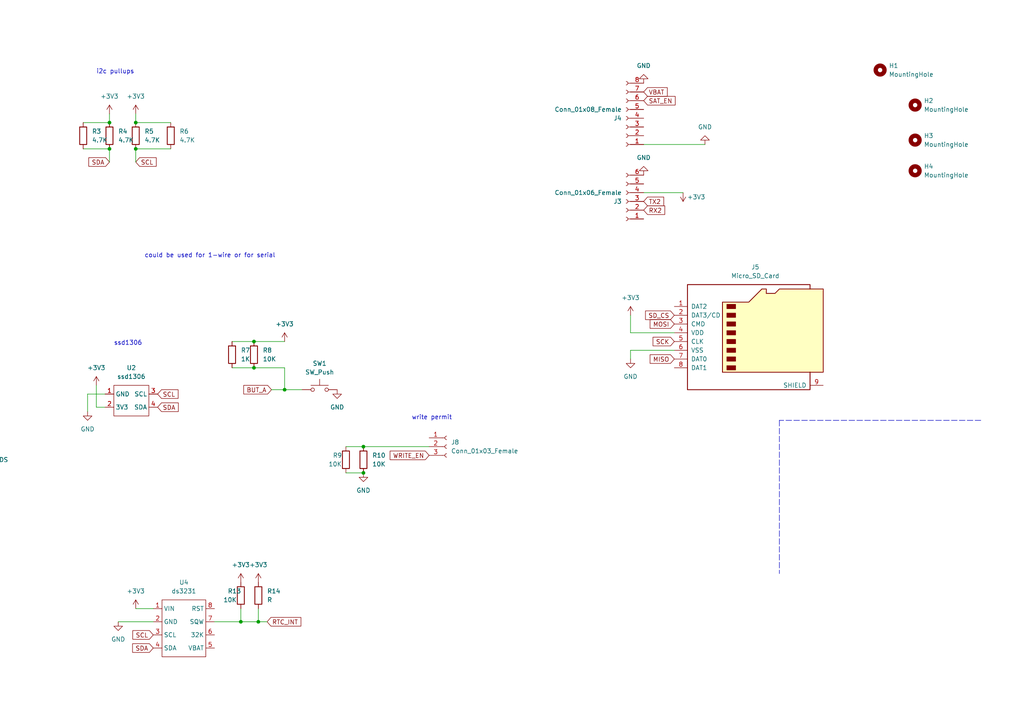
<source format=kicad_sch>
(kicad_sch (version 20211123) (generator eeschema)
  (paper "A4")
  (lib_symbols
    (symbol "Connector:Conn_01x03_Female" (pin_names (offset 1.016) hide)
      (property "Reference" "J" (at 0 5.08 0))
      (property "Value" "Conn_01x03_Female" (at 0 -5.08 0))
      (symbol "Conn_01x03_Female_1_1"
        (arc (start 0 -2.032) (mid -0.508 -2.54) (end 0 -3.048) (stroke (width 0.1524)))
        (polyline (pts (xy -1.27 -2.54) (xy -0.508 -2.54)) (stroke (width 0.1524)))
        (polyline (pts (xy -1.27 0) (xy -0.508 0)) (stroke (width 0.1524)))
        (polyline (pts (xy -1.27 2.54) (xy -0.508 2.54)) (stroke (width 0.1524)))
        (arc (start 0 0.508) (mid -0.508 0) (end 0 -0.508) (stroke (width 0.1524)))
        (arc (start 0 3.048) (mid -0.508 2.54) (end 0 2.032) (stroke (width 0.1524)))
        (pin passive line (at -5.08 2.54 0) (length 3.81) (name "Pin_1") (number "1"))
        (pin passive line (at -5.08 0 0) (length 3.81) (name "Pin_2") (number "2"))
        (pin passive line (at -5.08 -2.54 0) (length 3.81) (name "Pin_3") (number "3"))
      )
    )
    (symbol "Connector:Conn_01x06_Female" (pin_names (offset 1.016) hide)
      (property "Reference" "J" (at 0 7.62 0))
      (property "Value" "Conn_01x06_Female" (at 0 -10.16 0))
      (symbol "Conn_01x06_Female_1_1"
        (arc (start 0 -7.112) (mid -0.508 -7.62) (end 0 -8.128) (stroke (width 0.1524)))
        (arc (start 0 -4.572) (mid -0.508 -5.08) (end 0 -5.588) (stroke (width 0.1524)))
        (arc (start 0 -2.032) (mid -0.508 -2.54) (end 0 -3.048) (stroke (width 0.1524)))
        (polyline (pts (xy -1.27 -7.62) (xy -0.508 -7.62)) (stroke (width 0.1524)))
        (polyline (pts (xy -1.27 -5.08) (xy -0.508 -5.08)) (stroke (width 0.1524)))
        (polyline (pts (xy -1.27 -2.54) (xy -0.508 -2.54)) (stroke (width 0.1524)))
        (polyline (pts (xy -1.27 0) (xy -0.508 0)) (stroke (width 0.1524)))
        (polyline (pts (xy -1.27 2.54) (xy -0.508 2.54)) (stroke (width 0.1524)))
        (polyline (pts (xy -1.27 5.08) (xy -0.508 5.08)) (stroke (width 0.1524)))
        (arc (start 0 0.508) (mid -0.508 0) (end 0 -0.508) (stroke (width 0.1524)))
        (arc (start 0 3.048) (mid -0.508 2.54) (end 0 2.032) (stroke (width 0.1524)))
        (arc (start 0 5.588) (mid -0.508 5.08) (end 0 4.572) (stroke (width 0.1524)))
        (pin passive line (at -5.08 5.08 0) (length 3.81) (name "Pin_1") (number "1"))
        (pin passive line (at -5.08 2.54 0) (length 3.81) (name "Pin_2") (number "2"))
        (pin passive line (at -5.08 0 0) (length 3.81) (name "Pin_3") (number "3"))
        (pin passive line (at -5.08 -2.54 0) (length 3.81) (name "Pin_4") (number "4"))
        (pin passive line (at -5.08 -5.08 0) (length 3.81) (name "Pin_5") (number "5"))
        (pin passive line (at -5.08 -7.62 0) (length 3.81) (name "Pin_6") (number "6"))
      )
    )
    (symbol "Connector:Conn_01x08_Female" (pin_names (offset 1.016) hide)
      (property "Reference" "J" (at 0 10.16 0))
      (property "Value" "Conn_01x08_Female" (at 0 -12.7 0))
      (symbol "Conn_01x08_Female_1_1"
        (arc (start 0 -9.652) (mid -0.508 -10.16) (end 0 -10.668) (stroke (width 0.1524)))
        (arc (start 0 -7.112) (mid -0.508 -7.62) (end 0 -8.128) (stroke (width 0.1524)))
        (arc (start 0 -4.572) (mid -0.508 -5.08) (end 0 -5.588) (stroke (width 0.1524)))
        (arc (start 0 -2.032) (mid -0.508 -2.54) (end 0 -3.048) (stroke (width 0.1524)))
        (polyline (pts (xy -1.27 -10.16) (xy -0.508 -10.16)) (stroke (width 0.1524)))
        (polyline (pts (xy -1.27 -7.62) (xy -0.508 -7.62)) (stroke (width 0.1524)))
        (polyline (pts (xy -1.27 -5.08) (xy -0.508 -5.08)) (stroke (width 0.1524)))
        (polyline (pts (xy -1.27 -2.54) (xy -0.508 -2.54)) (stroke (width 0.1524)))
        (polyline (pts (xy -1.27 0) (xy -0.508 0)) (stroke (width 0.1524)))
        (polyline (pts (xy -1.27 2.54) (xy -0.508 2.54)) (stroke (width 0.1524)))
        (polyline (pts (xy -1.27 5.08) (xy -0.508 5.08)) (stroke (width 0.1524)))
        (polyline (pts (xy -1.27 7.62) (xy -0.508 7.62)) (stroke (width 0.1524)))
        (arc (start 0 0.508) (mid -0.508 0) (end 0 -0.508) (stroke (width 0.1524)))
        (arc (start 0 3.048) (mid -0.508 2.54) (end 0 2.032) (stroke (width 0.1524)))
        (arc (start 0 5.588) (mid -0.508 5.08) (end 0 4.572) (stroke (width 0.1524)))
        (arc (start 0 8.128) (mid -0.508 7.62) (end 0 7.112) (stroke (width 0.1524)))
        (pin passive line (at -5.08 7.62 0) (length 3.81) (name "Pin_1") (number "1"))
        (pin passive line (at -5.08 5.08 0) (length 3.81) (name "Pin_2") (number "2"))
        (pin passive line (at -5.08 2.54 0) (length 3.81) (name "Pin_3") (number "3"))
        (pin passive line (at -5.08 0 0) (length 3.81) (name "Pin_4") (number "4"))
        (pin passive line (at -5.08 -2.54 0) (length 3.81) (name "Pin_5") (number "5"))
        (pin passive line (at -5.08 -5.08 0) (length 3.81) (name "Pin_6") (number "6"))
        (pin passive line (at -5.08 -7.62 0) (length 3.81) (name "Pin_7") (number "7"))
        (pin passive line (at -5.08 -10.16 0) (length 3.81) (name "Pin_8") (number "8"))
      )
    )
    (symbol "Connector:Micro_SD_Card" (pin_names (offset 1.016))
      (property "Reference" "J" (at -16.51 15.24 0))
      (property "Value" "Micro_SD_Card" (at 16.51 15.24 0))
      (symbol "Micro_SD_Card_0_1"
        (rectangle (start -7.62 -9.525) (end -5.08 -10.795) (fill (type outline)))
        (rectangle (start -7.62 -6.985) (end -5.08 -8.255) (fill (type outline)))
        (rectangle (start -7.62 -4.445) (end -5.08 -5.715) (fill (type outline)))
        (rectangle (start -7.62 -1.905) (end -5.08 -3.175) (fill (type outline)))
        (rectangle (start -7.62 0.635) (end -5.08 -0.635) (fill (type outline)))
        (rectangle (start -7.62 3.175) (end -5.08 1.905) (fill (type outline)))
        (rectangle (start -7.62 5.715) (end -5.08 4.445) (fill (type outline)))
        (rectangle (start -7.62 8.255) (end -5.08 6.985) (fill (type outline)))
        (polyline (pts (xy 16.51 12.7) (xy 16.51 13.97) (xy -19.05 13.97) (xy -19.05 -16.51) (xy 16.51 -16.51) (xy 16.51 -11.43)) (stroke (width 0.254)))
        (polyline (pts (xy -8.89 -11.43) (xy -8.89 8.89) (xy -1.27 8.89) (xy 2.54 12.7) (xy 3.81 12.7) (xy 3.81 11.43) (xy 6.35 11.43) (xy 7.62 12.7) (xy 20.32 12.7) (xy 20.32 -11.43) (xy -8.89 -11.43)) (stroke (width 0.254)) (fill (type background)))
      )
      (symbol "Micro_SD_Card_1_1"
        (pin bidirectional line (at -22.86 7.62 0) (length 3.81) (name "DAT2") (number "1"))
        (pin bidirectional line (at -22.86 5.08 0) (length 3.81) (name "DAT3/CD") (number "2"))
        (pin input line (at -22.86 2.54 0) (length 3.81) (name "CMD") (number "3"))
        (pin power_in line (at -22.86 0 0) (length 3.81) (name "VDD") (number "4"))
        (pin input line (at -22.86 -2.54 0) (length 3.81) (name "CLK") (number "5"))
        (pin power_in line (at -22.86 -5.08 0) (length 3.81) (name "VSS") (number "6"))
        (pin bidirectional line (at -22.86 -7.62 0) (length 3.81) (name "DAT0") (number "7"))
        (pin bidirectional line (at -22.86 -10.16 0) (length 3.81) (name "DAT1") (number "8"))
        (pin passive line (at 20.32 -15.24 180) (length 3.81) (name "SHIELD") (number "9"))
      )
    )
    (symbol "Connector:Screw_Terminal_01x02" (pin_names (offset 1.016) hide)
      (property "Reference" "J" (at 0 2.54 0))
      (property "Value" "Screw_Terminal_01x02" (at 0 -5.08 0))
      (symbol "Screw_Terminal_01x02_1_1"
        (rectangle (start -1.27 1.27) (end 1.27 -3.81) (stroke (width 0.254)) (fill (type background)))
        (circle (center 0 -2.54) (radius 0.635) (stroke (width 0.1524)))
        (polyline (pts (xy -0.5334 -2.2098) (xy 0.3302 -3.048)) (stroke (width 0.1524)))
        (polyline (pts (xy -0.5334 0.3302) (xy 0.3302 -0.508)) (stroke (width 0.1524)))
        (polyline (pts (xy -0.3556 -2.032) (xy 0.508 -2.8702)) (stroke (width 0.1524)))
        (polyline (pts (xy -0.3556 0.508) (xy 0.508 -0.3302)) (stroke (width 0.1524)))
        (circle (center 0 0) (radius 0.635) (stroke (width 0.1524)))
        (pin passive line (at -5.08 0 0) (length 3.81) (name "Pin_1") (number "1"))
        (pin passive line (at -5.08 -2.54 0) (length 3.81) (name "Pin_2") (number "2"))
      )
    )
    (symbol "Connector:Screw_Terminal_01x03" (pin_names (offset 1.016) hide)
      (property "Reference" "J" (at 0 5.08 0))
      (property "Value" "Screw_Terminal_01x03" (at 0 -5.08 0))
      (symbol "Screw_Terminal_01x03_1_1"
        (rectangle (start -1.27 3.81) (end 1.27 -3.81) (stroke (width 0.254)) (fill (type background)))
        (circle (center 0 -2.54) (radius 0.635) (stroke (width 0.1524)))
        (polyline (pts (xy -0.5334 -2.2098) (xy 0.3302 -3.048)) (stroke (width 0.1524)))
        (polyline (pts (xy -0.5334 0.3302) (xy 0.3302 -0.508)) (stroke (width 0.1524)))
        (polyline (pts (xy -0.5334 2.8702) (xy 0.3302 2.032)) (stroke (width 0.1524)))
        (polyline (pts (xy -0.3556 -2.032) (xy 0.508 -2.8702)) (stroke (width 0.1524)))
        (polyline (pts (xy -0.3556 0.508) (xy 0.508 -0.3302)) (stroke (width 0.1524)))
        (polyline (pts (xy -0.3556 3.048) (xy 0.508 2.2098)) (stroke (width 0.1524)))
        (circle (center 0 0) (radius 0.635) (stroke (width 0.1524)))
        (circle (center 0 2.54) (radius 0.635) (stroke (width 0.1524)))
        (pin passive line (at -5.08 2.54 0) (length 3.81) (name "Pin_1") (number "1"))
        (pin passive line (at -5.08 0 0) (length 3.81) (name "Pin_2") (number "2"))
        (pin passive line (at -5.08 -2.54 0) (length 3.81) (name "Pin_3") (number "3"))
      )
    )
    (symbol "Connector:Screw_Terminal_01x04" (pin_names (offset 1.016) hide)
      (property "Reference" "J" (at 0 5.08 0))
      (property "Value" "Screw_Terminal_01x04" (at 0 -7.62 0))
      (symbol "Screw_Terminal_01x04_1_1"
        (rectangle (start -1.27 3.81) (end 1.27 -6.35) (stroke (width 0.254)) (fill (type background)))
        (circle (center 0 -5.08) (radius 0.635) (stroke (width 0.1524)))
        (circle (center 0 -2.54) (radius 0.635) (stroke (width 0.1524)))
        (polyline (pts (xy -0.5334 -4.7498) (xy 0.3302 -5.588)) (stroke (width 0.1524)))
        (polyline (pts (xy -0.5334 -2.2098) (xy 0.3302 -3.048)) (stroke (width 0.1524)))
        (polyline (pts (xy -0.5334 0.3302) (xy 0.3302 -0.508)) (stroke (width 0.1524)))
        (polyline (pts (xy -0.5334 2.8702) (xy 0.3302 2.032)) (stroke (width 0.1524)))
        (polyline (pts (xy -0.3556 -4.572) (xy 0.508 -5.4102)) (stroke (width 0.1524)))
        (polyline (pts (xy -0.3556 -2.032) (xy 0.508 -2.8702)) (stroke (width 0.1524)))
        (polyline (pts (xy -0.3556 0.508) (xy 0.508 -0.3302)) (stroke (width 0.1524)))
        (polyline (pts (xy -0.3556 3.048) (xy 0.508 2.2098)) (stroke (width 0.1524)))
        (circle (center 0 0) (radius 0.635) (stroke (width 0.1524)))
        (circle (center 0 2.54) (radius 0.635) (stroke (width 0.1524)))
        (pin passive line (at -5.08 2.54 0) (length 3.81) (name "Pin_1") (number "1"))
        (pin passive line (at -5.08 0 0) (length 3.81) (name "Pin_2") (number "2"))
        (pin passive line (at -5.08 -2.54 0) (length 3.81) (name "Pin_3") (number "3"))
        (pin passive line (at -5.08 -5.08 0) (length 3.81) (name "Pin_4") (number "4"))
      )
    )
    (symbol "Device:Antenna_Shield" (pin_numbers hide) (pin_names (offset 1.016) hide)
      (property "Reference" "AE" (at -1.905 4.445 0))
      (property "Value" "Antenna_Shield" (at -1.905 2.54 0))
      (symbol "Antenna_Shield_0_1"
        (arc (start -0.508 -1.143) (mid -0.8429 -2.1194) (end 0 -2.667))
        (arc (start 0 -2.667) (mid 0.7989 -2.1052) (end 0.508 -1.143))
        (polyline (pts (xy 0 -2.54) (xy 0 0)))
        (polyline (pts (xy 0 5.08) (xy 0 -3.81)) (stroke (width 0.254)))
        (polyline (pts (xy 0.762 -1.905) (xy 2.54 -1.905)))
        (polyline (pts (xy 2.54 -2.54) (xy 2.54 -1.905)))
        (polyline (pts (xy 1.27 5.08) (xy 0 0) (xy -1.27 5.08)) (stroke (width 0.254)))
        (circle (center 0.762 -1.905) (radius 0.1778) (fill (type outline)))
      )
      (symbol "Antenna_Shield_1_1"
        (pin input line (at 0 -5.08 90) (length 2.54) (name "A") (number "1"))
        (pin input line (at 2.54 -5.08 90) (length 2.54) (name "Shield") (number "2"))
      )
    )
    (symbol "Device:Q_NMOS_GDS" (pin_names (offset 0) hide)
      (property "Reference" "Q" (at 5.08 1.27 0))
      (property "Value" "Q_NMOS_GDS" (at 5.08 -1.27 0))
      (symbol "Q_NMOS_GDS_0_1"
        (polyline (pts (xy 0.254 0) (xy -2.54 0)))
        (polyline (pts (xy 0.254 1.905) (xy 0.254 -1.905)) (stroke (width 0.254)))
        (polyline (pts (xy 0.762 -1.27) (xy 0.762 -2.286)) (stroke (width 0.254)))
        (polyline (pts (xy 0.762 0.508) (xy 0.762 -0.508)) (stroke (width 0.254)))
        (polyline (pts (xy 0.762 2.286) (xy 0.762 1.27)) (stroke (width 0.254)))
        (polyline (pts (xy 2.54 2.54) (xy 2.54 1.778)))
        (polyline (pts (xy 2.54 -2.54) (xy 2.54 0) (xy 0.762 0)))
        (polyline (pts (xy 0.762 -1.778) (xy 3.302 -1.778) (xy 3.302 1.778) (xy 0.762 1.778)))
        (polyline (pts (xy 1.016 0) (xy 2.032 0.381) (xy 2.032 -0.381) (xy 1.016 0)) (fill (type outline)))
        (polyline (pts (xy 2.794 0.508) (xy 2.921 0.381) (xy 3.683 0.381) (xy 3.81 0.254)))
        (polyline (pts (xy 3.302 0.381) (xy 2.921 -0.254) (xy 3.683 -0.254) (xy 3.302 0.381)))
        (circle (center 1.651 0) (radius 2.794) (stroke (width 0.254)))
        (circle (center 2.54 -1.778) (radius 0.254) (fill (type outline)))
        (circle (center 2.54 1.778) (radius 0.254) (fill (type outline)))
      )
      (symbol "Q_NMOS_GDS_1_1"
        (pin input line (at -5.08 0 0) (length 2.54) (name "G") (number "1"))
        (pin passive line (at 2.54 5.08 270) (length 2.54) (name "D") (number "2"))
        (pin passive line (at 2.54 -5.08 90) (length 2.54) (name "S") (number "3"))
      )
    )
    (symbol "Device:R" (pin_numbers hide) (pin_names (offset 0))
      (property "Reference" "R" (at 2.032 0 90))
      (property "Value" "R" (at 0 0 90))
      (symbol "R_0_1"
        (rectangle (start -1.016 -2.54) (end 1.016 2.54) (stroke (width 0.254)))
      )
      (symbol "R_1_1"
        (pin passive line (at 0 3.81 270) (length 1.27) (name "~") (number "1"))
        (pin passive line (at 0 -3.81 90) (length 1.27) (name "~") (number "2"))
      )
    )
    (symbol "GND_11" (power) (pin_names (offset 0))
      (property "Value" "GND_11" (at 0 -3.81 0))
      (symbol "GND_11_0_1"
        (polyline (pts (xy 0 0) (xy 0 -1.27) (xy 1.27 -1.27) (xy 0 -2.54) (xy -1.27 -1.27) (xy 0 -1.27)))
      )
      (symbol "GND_11_1_1"
        (pin power_in line (at 0 0 270) (length 0) hide (name "GND") (number "1"))
      )
    )
    (symbol "GND_15" (power) (pin_names (offset 0))
      (property "Value" "GND_15" (at 0 -3.81 0))
      (symbol "GND_15_0_1"
        (polyline (pts (xy 0 0) (xy 0 -1.27) (xy 1.27 -1.27) (xy 0 -2.54) (xy -1.27 -1.27) (xy 0 -1.27)))
      )
      (symbol "GND_15_1_1"
        (pin power_in line (at 0 0 270) (length 0) hide (name "GND") (number "1"))
      )
    )
    (symbol "GND_2" (power) (pin_names (offset 0))
      (property "Value" "GND_2" (at 0 -3.81 0))
      (symbol "GND_2_0_1"
        (polyline (pts (xy 0 0) (xy 0 -1.27) (xy 1.27 -1.27) (xy 0 -2.54) (xy -1.27 -1.27) (xy 0 -1.27)))
      )
      (symbol "GND_2_1_1"
        (pin power_in line (at 0 0 270) (length 0) hide (name "GND") (number "1"))
      )
    )
    (symbol "GND_6" (power) (pin_names (offset 0))
      (property "Value" "GND_6" (at 0 -3.81 0))
      (symbol "GND_6_0_1"
        (polyline (pts (xy 0 0) (xy 0 -1.27) (xy 1.27 -1.27) (xy 0 -2.54) (xy -1.27 -1.27) (xy 0 -1.27)))
      )
      (symbol "GND_6_1_1"
        (pin power_in line (at 0 0 270) (length 0) hide (name "GND") (number "1"))
      )
    )
    (symbol "Jumper:SolderJumper_2_Open" (pin_names (offset 0) hide)
      (property "Reference" "JP" (at 0 2.032 0))
      (property "Value" "SolderJumper_2_Open" (at 0 -2.54 0))
      (symbol "SolderJumper_2_Open_0_1"
        (arc (start -0.254 1.016) (mid -1.27 0) (end -0.254 -1.016))
        (arc (start -0.254 1.016) (mid -1.27 0) (end -0.254 -1.016) (fill (type outline)))
        (polyline (pts (xy -0.254 1.016) (xy -0.254 -1.016)))
        (polyline (pts (xy 0.254 1.016) (xy 0.254 -1.016)))
        (arc (start 0.254 -1.016) (mid 1.27 0) (end 0.254 1.016))
        (arc (start 0.254 -1.016) (mid 1.27 0) (end 0.254 1.016) (fill (type outline)))
      )
      (symbol "SolderJumper_2_Open_1_1"
        (pin passive line (at -3.81 0 0) (length 2.54) (name "A") (number "1"))
        (pin passive line (at 3.81 0 180) (length 2.54) (name "B") (number "2"))
      )
    )
    (symbol "MCU_Module:Adafruit_Feather_M0_Express"
      (property "Reference" "A" (at -10.16 29.21 0))
      (property "Value" "Adafruit_Feather_M0_Express" (at 2.54 -31.75 0))
      (symbol "Adafruit_Feather_M0_Express_0_1"
        (rectangle (start -10.16 27.94) (end 10.16 -30.48) (stroke (width 0.254)) (fill (type background)))
      )
      (symbol "Adafruit_Feather_M0_Express_1_1"
        (pin input line (at 12.7 20.32 180) (length 2.54) (name "~{RESET}") (number "1"))
        (pin bidirectional line (at 12.7 -7.62 180) (length 2.54) (name "A5") (number "10"))
        (pin bidirectional line (at -12.7 -2.54 0) (length 2.54) (name "SCK/D24") (number "11"))
        (pin bidirectional line (at -12.7 -5.08 0) (length 2.54) (name "MOSI/D23") (number "12"))
        (pin bidirectional line (at -12.7 -7.62 0) (length 2.54) (name "MISO/D22") (number "13"))
        (pin bidirectional line (at -12.7 -12.7 0) (length 2.54) (name "RX/D0") (number "14"))
        (pin bidirectional line (at -12.7 -15.24 0) (length 2.54) (name "TX/D1") (number "15"))
        (pin passive line (at 0 -33.02 90) (length 2.54) hide (name "GND") (number "16"))
        (pin bidirectional line (at -12.7 -20.32 0) (length 2.54) (name "SDA/D20") (number "17"))
        (pin bidirectional line (at -12.7 -22.86 0) (length 2.54) (name "SCL/D21") (number "18"))
        (pin bidirectional line (at -12.7 20.32 0) (length 2.54) (name "D5") (number "19"))
        (pin power_in line (at 2.54 30.48 270) (length 2.54) (name "3V3") (number "2"))
        (pin bidirectional line (at -12.7 17.78 0) (length 2.54) (name "D6") (number "20"))
        (pin bidirectional line (at -12.7 15.24 0) (length 2.54) (name "D9") (number "21"))
        (pin bidirectional line (at -12.7 12.7 0) (length 2.54) (name "D10") (number "22"))
        (pin bidirectional line (at -12.7 10.16 0) (length 2.54) (name "D11") (number "23"))
        (pin bidirectional line (at -12.7 7.62 0) (length 2.54) (name "D12") (number "24"))
        (pin bidirectional line (at -12.7 5.08 0) (length 2.54) (name "D13") (number "25"))
        (pin power_in line (at 5.08 30.48 270) (length 2.54) (name "USB") (number "26"))
        (pin input line (at 12.7 12.7 180) (length 2.54) (name "EN") (number "27"))
        (pin power_in line (at -2.54 30.48 270) (length 2.54) (name "VBAT") (number "28"))
        (pin input line (at 12.7 10.16 180) (length 2.54) (name "AREF") (number "3"))
        (pin power_in line (at 0 -33.02 90) (length 2.54) (name "GND") (number "4"))
        (pin bidirectional line (at 12.7 5.08 180) (length 2.54) (name "DAC0/A0") (number "5"))
        (pin bidirectional line (at 12.7 2.54 180) (length 2.54) (name "A1") (number "6"))
        (pin bidirectional line (at 12.7 0 180) (length 2.54) (name "A2") (number "7"))
        (pin bidirectional line (at 12.7 -2.54 180) (length 2.54) (name "A3") (number "8"))
        (pin bidirectional line (at 12.7 -5.08 180) (length 2.54) (name "A4") (number "9"))
      )
    )
    (symbol "Mechanical:MountingHole" (pin_names (offset 1.016))
      (property "Reference" "H" (at 0 5.08 0))
      (property "Value" "MountingHole" (at 0 3.175 0))
      (symbol "MountingHole_0_1"
        (circle (center 0 0) (radius 1.27) (stroke (width 1.27)))
      )
    )
    (symbol "RF_Module:RFM95W-868S2" (pin_names (offset 1.016))
      (property "Reference" "U" (at -10.414 11.684 0))
      (property "Value" "RFM95W-868S2" (at 1.524 11.43 0))
      (symbol "RFM95W-868S2_0_1"
        (rectangle (start -10.16 10.16) (end 10.16 -12.7) (stroke (width 0.254)) (fill (type background)))
      )
      (symbol "RFM95W-868S2_1_1"
        (pin power_in line (at -2.54 -15.24 90) (length 2.54) (name "GND") (number "1"))
        (pin power_in line (at 2.54 -15.24 90) (length 2.54) (name "GND") (number "10"))
        (pin bidirectional line (at 12.7 -2.54 180) (length 2.54) (name "DIO3") (number "11"))
        (pin bidirectional line (at 12.7 0 180) (length 2.54) (name "DIO4") (number "12"))
        (pin power_in line (at 0 12.7 270) (length 2.54) (name "3.3V") (number "13"))
        (pin bidirectional line (at 12.7 -10.16 180) (length 2.54) (name "DIO0") (number "14"))
        (pin bidirectional line (at 12.7 -7.62 180) (length 2.54) (name "DIO1") (number "15"))
        (pin bidirectional line (at 12.7 -5.08 180) (length 2.54) (name "DIO2") (number "16"))
        (pin output line (at -12.7 2.54 0) (length 2.54) (name "MISO") (number "2"))
        (pin input line (at -12.7 5.08 0) (length 2.54) (name "MOSI") (number "3"))
        (pin input line (at -12.7 7.62 0) (length 2.54) (name "SCK") (number "4"))
        (pin input line (at -12.7 0 0) (length 2.54) (name "NSS") (number "5"))
        (pin bidirectional line (at -12.7 -5.08 0) (length 2.54) (name "RESET") (number "6"))
        (pin bidirectional line (at 12.7 2.54 180) (length 2.54) (name "DIO5") (number "7"))
        (pin power_in line (at 0 -15.24 90) (length 2.54) (name "GND") (number "8"))
        (pin bidirectional line (at 12.7 7.62 180) (length 2.54) (name "ANT") (number "9"))
      )
    )
    (symbol "Switch:SW_Push" (pin_numbers hide) (pin_names (offset 1.016) hide)
      (property "Reference" "SW" (at 1.27 2.54 0))
      (property "Value" "SW_Push" (at 0 -1.524 0))
      (symbol "SW_Push_0_1"
        (circle (center -2.032 0) (radius 0.508))
        (polyline (pts (xy 0 1.27) (xy 0 3.048)))
        (polyline (pts (xy 2.54 1.27) (xy -2.54 1.27)))
        (circle (center 2.032 0) (radius 0.508))
        (pin passive line (at -5.08 0 0) (length 2.54) (name "1") (number "1"))
        (pin passive line (at 5.08 0 180) (length 2.54) (name "2") (number "2"))
      )
    )
    (symbol "adafruit_ds3231:ds3231"
      (property "Reference" "U" (at 0 0 0))
      (property "Value" "ds3231" (at 0 2.54 0))
      (symbol "ds3231_0_1"
        (rectangle (start -6.35 -1.27) (end 6.35 -17.78))
      )
      (symbol "ds3231_1_1"
        (pin input line (at -8.89 -3.81 0) (length 2.54) (name "VIN") (number "1"))
        (pin input line (at -8.89 -7.62 0) (length 2.54) (name "GND") (number "2"))
        (pin input line (at -8.89 -11.43 0) (length 2.54) (name "SCL") (number "3"))
        (pin input line (at -8.89 -15.24 0) (length 2.54) (name "SDA") (number "4"))
        (pin input line (at 8.89 -15.24 180) (length 2.54) (name "VBAT") (number "5"))
        (pin input line (at 8.89 -11.43 180) (length 2.54) (name "32K") (number "6"))
        (pin input line (at 8.89 -7.62 180) (length 2.54) (name "SQW") (number "7"))
        (pin input line (at 8.89 -3.81 180) (length 2.54) (name "RST") (number "8"))
      )
    )
    (symbol "picoco2:ssd1306"
      (property "Reference" "U" (at 0 0 0))
      (property "Value" "ssd1306" (at 0 0 0))
      (symbol "ssd1306_0_1"
        (rectangle (start 3.81 -1.27) (end -6.35 -10.16))
      )
      (symbol "ssd1306_1_1"
        (pin input line (at -8.89 -3.81 0) (length 2.54) (name "GND") (number "1"))
        (pin input line (at -8.89 -7.62 0) (length 2.54) (name "3V3") (number "2"))
        (pin input line (at 6.35 -3.81 180) (length 2.54) (name "SCL") (number "3"))
        (pin input line (at 6.35 -7.62 180) (length 2.54) (name "SDA") (number "4"))
      )
    )
    (symbol "power:+3V3" (power) (pin_names (offset 0))
      (property "Value" "+3V3" (at 0 3.556 0))
      (symbol "+3V3_0_1"
        (polyline (pts (xy -0.762 1.27) (xy 0 2.54)))
        (polyline (pts (xy 0 0) (xy 0 2.54)))
        (polyline (pts (xy 0 2.54) (xy 0.762 1.27)))
      )
      (symbol "+3V3_1_1"
        (pin power_in line (at 0 0 90) (length 0) hide (name "+3V3") (number "1"))
      )
    )
    (symbol "power:GND" (power) (pin_names (offset 0))
      (property "Value" "GND" (at 0 -3.81 0))
      (symbol "GND_0_1"
        (polyline (pts (xy 0 0) (xy 0 -1.27) (xy 1.27 -1.27) (xy 0 -2.54) (xy -1.27 -1.27) (xy 0 -1.27)))
      )
      (symbol "GND_1_1"
        (pin power_in line (at 0 0 270) (length 0) hide (name "GND") (number "1"))
      )
    )
    (symbol "sweet-p:Adafruit-Mini-GPS"
      (property "Reference" "U" (at 0 0 0))
      (property "Value" "Adafruit-Mini-GPS" (at -3.81 12.7 0))
      (symbol "Adafruit-Mini-GPS_0_1"
        (rectangle (start -10.16 10.16) (end 2.54 -7.62))
      )
      (symbol "Adafruit-Mini-GPS_1_1"
        (pin input line (at -12.7 7.62 0) (length 2.54) (name "GND") (number "1"))
        (pin input line (at 5.08 0 180) (length 2.54) (name "GND") (number "10"))
        (pin input line (at 5.08 -2.54 180) (length 2.54) (name "3V") (number "11"))
        (pin input line (at 5.08 -5.08 180) (length 2.54) (name "VIN") (number "12"))
        (pin input line (at -12.7 5.08 0) (length 2.54) (name "PPS") (number "2"))
        (pin input line (at -12.7 2.54 0) (length 2.54) (name "VIN") (number "3"))
        (pin input line (at -12.7 0 0) (length 2.54) (name "RXT") (number "4"))
        (pin input line (at -12.7 -2.54 0) (length 2.54) (name "TXO") (number "5"))
        (pin input line (at -12.7 -5.08 0) (length 2.54) (name "WAKE") (number "6"))
        (pin input line (at 5.08 7.62 180) (length 2.54) (name "RST") (number "7"))
        (pin input line (at 5.08 5.08 180) (length 2.54) (name "SDA") (number "8"))
        (pin input line (at 5.08 2.54 180) (length 2.54) (name "SCL") (number "9"))
      )
    )
  )
  (junction (at 31.75 35.56))
  (junction (at -78.74 137.16))
  (junction (at 69.85 180.34))
  (junction (at -102.87 -3.81))
  (junction (at 73.66 99.06))
  (junction (at 39.37 35.56))
  (junction (at 39.37 43.18))
  (junction (at -25.4 139.7))
  (junction (at 74.93 180.34))
  (junction (at 73.66 106.68))
  (junction (at -102.87 3.81))
  (junction (at 82.55 113.03))
  (junction (at 31.75 43.18))
  (junction (at -25.4 132.08))
  (junction (at 105.41 137.16))
  (junction (at 105.41 129.54))
  (junction (at -78.74 144.78))
  (wire (pts (xy 31.75 43.18) (xy 31.75 46.99)))
  (wire (pts (xy 39.37 43.18) (xy 39.37 46.99)))
  (wire (pts (xy 195.58 96.52) (xy 182.88 96.52)))
  (wire (pts (xy 73.66 106.68) (xy 82.55 106.68)))
  (wire (pts (xy 62.23 180.34) (xy 69.85 180.34)))
  (wire (pts (xy -58.42 54.61) (xy -49.53 54.61)))
  (wire (pts (xy -102.87 3.81) (xy -95.25 3.81)))
  (wire (pts (xy 27.94 111.76) (xy 27.94 118.11)))
  (wire (pts (xy 39.37 43.18) (xy 49.53 43.18)))
  (wire (pts (xy -78.74 137.16) (xy -76.2 137.16)))
  (wire (pts (xy 74.93 180.34) (xy 77.47 180.34)))
  (wire (pts (xy 82.55 106.68) (xy 82.55 113.03)))
  (wire (pts (xy 100.33 129.54) (xy 105.41 129.54)))
  (wire (pts (xy 198.12 55.88) (xy 186.69 55.88)))
  (wire (pts (xy 105.41 129.54) (xy 124.46 129.54)))
  (wire (pts (xy -31.75 132.08) (xy -25.4 132.08)))
  (wire (pts (xy -107.95 3.81) (xy -102.87 3.81)))
  (wire (pts (xy 67.31 106.68) (xy 73.66 106.68)))
  (wire (pts (xy 34.29 180.34) (xy 44.45 180.34)))
  (wire (pts (xy -76.2 163.83) (xy -78.74 163.83)))
  (polyline (pts (xy 284.48 121.92) (xy 226.06 121.92)))
  (wire (pts (xy -78.74 163.83) (xy -78.74 166.37)))
  (wire (pts (xy 39.37 33.02) (xy 39.37 35.56)))
  (wire (pts (xy -102.87 -3.81) (xy -95.25 -3.81)))
  (wire (pts (xy -25.4 139.7) (xy -25.4 142.24)))
  (wire (pts (xy 25.4 114.3) (xy 25.4 119.38)))
  (wire (pts (xy -109.22 -3.81) (xy -102.87 -3.81)))
  (wire (pts (xy 78.74 113.03) (xy 82.55 113.03)))
  (wire (pts (xy -163.83 -5.08) (xy -163.83 3.81)))
  (wire (pts (xy 74.93 180.34) (xy 74.93 176.53)))
  (wire (pts (xy -15.24 139.7) (xy -15.24 137.16)))
  (wire (pts (xy -25.4 132.08) (xy -22.86 132.08)))
  (wire (pts (xy -49.53 52.07) (xy -49.53 54.61)))
  (wire (pts (xy -78.74 144.78) (xy -68.58 144.78)))
  (wire (pts (xy 30.48 114.3) (xy 25.4 114.3)))
  (wire (pts (xy 31.75 33.02) (xy 31.75 35.56)))
  (wire (pts (xy 30.48 118.11) (xy 27.94 118.11)))
  (wire (pts (xy -25.4 139.7) (xy -15.24 139.7)))
  (wire (pts (xy -22.86 158.75) (xy -25.4 158.75)))
  (wire (pts (xy -25.4 158.75) (xy -25.4 161.29)))
  (wire (pts (xy 69.85 176.53) (xy 69.85 180.34)))
  (wire (pts (xy 67.31 99.06) (xy 73.66 99.06)))
  (wire (pts (xy 182.88 101.6) (xy 182.88 104.14)))
  (wire (pts (xy -68.58 144.78) (xy -68.58 142.24)))
  (wire (pts (xy 39.37 35.56) (xy 49.53 35.56)))
  (wire (pts (xy 39.37 176.53) (xy 44.45 176.53)))
  (wire (pts (xy -43.18 105.41) (xy -30.48 105.41)))
  (wire (pts (xy -78.74 144.78) (xy -78.74 147.32)))
  (wire (pts (xy -83.82 137.16) (xy -78.74 137.16)))
  (wire (pts (xy 73.66 99.06) (xy 82.55 99.06)))
  (wire (pts (xy 100.33 137.16) (xy 105.41 137.16)))
  (wire (pts (xy 195.58 101.6) (xy 182.88 101.6)))
  (wire (pts (xy 204.47 41.91) (xy 186.69 41.91)))
  (wire (pts (xy 24.13 35.56) (xy 31.75 35.56)))
  (wire (pts (xy -162.56 135.89) (xy -149.86 135.89)))
  (wire (pts (xy 82.55 113.03) (xy 87.63 113.03)))
  (wire (pts (xy 182.88 96.52) (xy 182.88 91.44)))
  (wire (pts (xy 69.85 180.34) (xy 74.93 180.34)))
  (wire (pts (xy 24.13 43.18) (xy 31.75 43.18)))
  (polyline (pts (xy 226.06 121.92) (xy 226.06 166.37)))
  (text "i2c pullups" (at 27.94 21.59 0) (effects (font (size 1.27 1.27)) (justify left bottom)))
  (text "write permit" (at 119.38 121.92 0) (effects (font (size 1.27 1.27)) (justify left bottom)))
  (text "on/off" (at -52.07 15.24 0) (effects (font (size 5 5)) (justify left bottom)))
  (text "ext power" (at -226.06 95.25 0) (effects (font (size 5 5)) (justify left bottom)))
  (text "could be used for 1-wire or for serial" (at 41.91 74.93 0) (effects (font (size 1.27 1.27)) (justify left bottom)))
  (text "ssd1306" (at 33.02 100.33 0) (effects (font (size 1.27 1.27)) (justify left bottom)))
  (global_label "RX2" (shape input) (at -179.07 24.13 180) (property "Intersheet References" "${INTERSHEET_REFS}" (effects hide)))
  (global_label "GPS_RST" (shape input) (at -153.67 34.29 0) (property "Intersheet References" "${INTERSHEET_REFS}" (effects hide)))
  (global_label "SCL" (shape input) (at 44.45 184.15 180) (property "Intersheet References" "${INTERSHEET_REFS}" (effects hide)))
  (global_label "ONEWIRE" (shape input) (at -179.07 13.97 180) (property "Intersheet References" "${INTERSHEET_REFS}" (effects hide)))
  (global_label "MISO" (shape input) (at -179.07 41.91 180) (property "Intersheet References" "${INTERSHEET_REFS}" (effects hide)))
  (global_label "SD_CS" (shape input) (at -179.07 21.59 180) (property "Intersheet References" "${INTERSHEET_REFS}" (effects hide)))
  (global_label "SCL" (shape input) (at 39.37 46.99 0) (property "Intersheet References" "${INTERSHEET_REFS}" (effects hide)))
  (global_label "GND_1" (shape input) (at -132.08 138.43 0) (property "Intersheet References" "${INTERSHEET_REFS}" (effects hide)))
  (global_label "GND_1_EN" (shape input) (at -153.67 39.37 0) (property "Intersheet References" "${INTERSHEET_REFS}" (effects hide)))
  (global_label "SCL" (shape input) (at 45.72 114.3 0) (property "Intersheet References" "${INTERSHEET_REFS}" (effects hide)))
  (global_label "GND_1" (shape input) (at -68.58 163.83 0) (property "Intersheet References" "${INTERSHEET_REFS}" (effects hide)))
  (global_label "GND_2_EN" (shape input) (at -31.75 132.08 180) (property "Intersheet References" "${INTERSHEET_REFS}" (effects hide)))
  (global_label "GND_2_EN" (shape input) (at -153.67 41.91 0) (property "Intersheet References" "${INTERSHEET_REFS}" (effects hide)))
  (global_label "RX2" (shape input) (at 186.69 60.96 0) (property "Intersheet References" "${INTERSHEET_REFS}" (effects hide)))
  (global_label "SDA" (shape input) (at 31.75 46.99 180) (property "Intersheet References" "${INTERSHEET_REFS}" (effects hide)))
  (global_label "VBUS" (shape input) (at -207.01 101.6 180) (property "Intersheet References" "${INTERSHEET_REFS}" (effects hide)))
  (global_label "MISO" (shape input) (at 195.58 104.14 180) (property "Intersheet References" "${INTERSHEET_REFS}" (effects hide)))
  (global_label "SDA" (shape input) (at -132.08 133.35 0) (property "Intersheet References" "${INTERSHEET_REFS}" (effects hide)))
  (global_label "GND_1_EN" (shape input) (at -83.82 137.16 180) (property "Intersheet References" "${INTERSHEET_REFS}" (effects hide)))
  (global_label "GND_2" (shape input) (at -30.48 102.87 180) (property "Intersheet References" "${INTERSHEET_REFS}" (effects hide)))
  (global_label "RTC_INT" (shape input) (at 77.47 180.34 0) (property "Intersheet References" "${INTERSHEET_REFS}" (effects hide)))
  (global_label "WRITE_EN" (shape input) (at 124.46 132.08 180) (property "Intersheet References" "${INTERSHEET_REFS}" (effects hide)))
  (global_label "TX2" (shape input) (at -179.07 26.67 180) (property "Intersheet References" "${INTERSHEET_REFS}" (effects hide)))
  (global_label "BUT_A" (shape input) (at 78.74 113.03 180) (property "Intersheet References" "${INTERSHEET_REFS}" (effects hide)))
  (global_label "SCK" (shape input) (at -83.82 54.61 180) (property "Intersheet References" "${INTERSHEET_REFS}" (effects hide)))
  (global_label "TX2" (shape input) (at 186.69 58.42 0) (property "Intersheet References" "${INTERSHEET_REFS}" (effects hide)))
  (global_label "WRITE_EN" (shape input) (at -153.67 36.83 0) (property "Intersheet References" "${INTERSHEET_REFS}" (effects hide)))
  (global_label "MOSI" (shape input) (at -179.07 39.37 180) (property "Intersheet References" "${INTERSHEET_REFS}" (effects hide)))
  (global_label "ONEWIRE" (shape input) (at -107.95 3.81 180) (property "Intersheet References" "${INTERSHEET_REFS}" (effects hide)))
  (global_label "ONEWIRE" (shape input) (at -100.33 17.78 180) (property "Intersheet References" "${INTERSHEET_REFS}" (effects hide)))
  (global_label "GND_2" (shape input) (at -15.24 158.75 0) (property "Intersheet References" "${INTERSHEET_REFS}" (effects hide)))
  (global_label "SCK" (shape input) (at -179.07 36.83 180) (property "Intersheet References" "${INTERSHEET_REFS}" (effects hide)))
  (global_label "GND_1" (shape input) (at -149.86 130.81 180) (property "Intersheet References" "${INTERSHEET_REFS}" (effects hide)))
  (global_label "MOSI" (shape input) (at 195.58 93.98 180) (property "Intersheet References" "${INTERSHEET_REFS}" (effects hide)))
  (global_label "TX" (shape input) (at -30.48 110.49 180) (property "Intersheet References" "${INTERSHEET_REFS}" (effects hide)))
  (global_label "LORA_CS" (shape input) (at -83.82 62.23 180) (property "Intersheet References" "${INTERSHEET_REFS}" (effects hide)))
  (global_label "EN" (shape input) (at -153.67 21.59 0) (property "Intersheet References" "${INTERSHEET_REFS}" (effects hide)))
  (global_label "BUT_A" (shape input) (at -153.67 29.21 0) (property "Intersheet References" "${INTERSHEET_REFS}" (effects hide)))
  (global_label "RX" (shape input) (at -30.48 107.95 180) (property "Intersheet References" "${INTERSHEET_REFS}" (effects hide)))
  (global_label "GPS_RST" (shape input) (at -132.08 130.81 0) (property "Intersheet References" "${INTERSHEET_REFS}" (effects hide)))
  (global_label "SAT_EN" (shape input) (at 186.69 29.21 0) (property "Intersheet References" "${INTERSHEET_REFS}" (effects hide)))
  (global_label "RX" (shape input) (at -179.07 46.99 180) (property "Intersheet References" "${INTERSHEET_REFS}" (effects hide)))
  (global_label "TX" (shape input) (at -179.07 49.53 180) (property "Intersheet References" "${INTERSHEET_REFS}" (effects hide)))
  (global_label "GND_2" (shape input) (at -15.24 127 0) (property "Intersheet References" "${INTERSHEET_REFS}" (effects hide)))
  (global_label "LORA_RST" (shape input) (at -83.82 67.31 180) (property "Intersheet References" "${INTERSHEET_REFS}" (effects hide)))
  (global_label "SAT_EN" (shape input) (at -153.67 31.75 0) (property "Intersheet References" "${INTERSHEET_REFS}" (effects hide)))
  (global_label "MOSI" (shape input) (at -83.82 57.15 180) (property "Intersheet References" "${INTERSHEET_REFS}" (effects hide)))
  (global_label "VBAT" (shape input) (at -168.91 3.81 90) (property "Intersheet References" "${INTERSHEET_REFS}" (effects hide)))
  (global_label "VBAT" (shape input) (at 186.69 26.67 0) (property "Intersheet References" "${INTERSHEET_REFS}" (effects hide)))
  (global_label "EN" (shape input) (at -40.64 21.59 180) (property "Intersheet References" "${INTERSHEET_REFS}" (effects hide)))
  (global_label "SCL" (shape input) (at -132.08 135.89 0) (property "Intersheet References" "${INTERSHEET_REFS}" (effects hide)))
  (global_label "SDA" (shape input) (at 45.72 118.11 0) (property "Intersheet References" "${INTERSHEET_REFS}" (effects hide)))
  (global_label "LORA_RST" (shape input) (at -179.07 19.05 180) (property "Intersheet References" "${INTERSHEET_REFS}" (effects hide)))
  (global_label "GND_1" (shape input) (at -68.58 132.08 0) (property "Intersheet References" "${INTERSHEET_REFS}" (effects hide)))
  (global_label "SCK" (shape input) (at 195.58 99.06 180) (property "Intersheet References" "${INTERSHEET_REFS}" (effects hide)))
  (global_label "VBUS" (shape input) (at -161.29 3.81 90) (property "Intersheet References" "${INTERSHEET_REFS}" (effects hide)))
  (global_label "RTC_INT" (shape input) (at -179.07 29.21 180) (property "Intersheet References" "${INTERSHEET_REFS}" (effects hide)))
  (global_label "LORA_CS" (shape input) (at -179.07 16.51 180) (property "Intersheet References" "${INTERSHEET_REFS}" (effects hide)))
  (global_label "MISO" (shape input) (at -83.82 59.69 180) (property "Intersheet References" "${INTERSHEET_REFS}" (effects hide)))
  (global_label "SCL" (shape input) (at -179.07 57.15 180) (property "Intersheet References" "${INTERSHEET_REFS}" (effects hide)))
  (global_label "SDA" (shape input) (at -179.07 54.61 180) (property "Intersheet References" "${INTERSHEET_REFS}" (effects hide)))
  (global_label "SDA" (shape input) (at 44.45 187.96 180) (property "Intersheet References" "${INTERSHEET_REFS}" (effects hide)))
  (global_label "SD_CS" (shape input) (at 195.58 91.44 180) (property "Intersheet References" "${INTERSHEET_REFS}" (effects hide)))
  (symbol (lib_id "Connector:Conn_01x06_Female") (at 181.61 58.42 180) (unit 1)
    (property "Reference" "J3" (at 180.34 58.4201 0) (effects (justify left)))
    (property "Value" "Conn_01x06_Female" (at 180.34 55.8801 0) (effects (justify left)))
    (property "Footprint" "Connector_PinSocket_2.54mm:PinSocket_1x06_P2.54mm_Vertical" (effects hide))
  )
  (symbol (lib_id "Mechanical:MountingHole") (at 265.43 49.53 0) (unit 1)
    (property "Reference" "H4" (at 267.97 48.2599 0) (effects (justify left)))
    (property "Value" "MountingHole" (at 267.97 50.7999 0) (effects (justify left)))
    (property "Footprint" "MountingHole:MountingHole_3.2mm_M3" (effects hide))
  )
  (symbol (lib_id "power:+3V3") (at 82.55 99.06 0) (unit 1)
    (property "Reference" "#PWR014" (effects hide))
    (property "Value" "+3V3" (at 82.55 93.98 0))
  )
  (symbol (lib_id "power:+3V3") (at -43.18 105.41 0) (unit 1)
    (property "Reference" "#PWR017" (effects hide))
    (property "Value" "+3V3" (at -43.18 100.33 0))
  )
  (symbol (lib_id "power:+3V3") (at 27.94 111.76 0) (unit 1)
    (property "Reference" "#PWR018" (effects hide))
    (property "Value" "+3V3" (at 27.94 106.68 0))
  )
  (symbol (lib_id "MCU_Module:Adafruit_Feather_M0_Express") (at -166.37 34.29 0) (unit 1)
    (property "Reference" "A1" (at -164.3506 67.31 0) (effects (justify left)))
    (property "Value" "Adafruit_Feather_M0_Express" (at -164.3506 69.85 0) (effects (justify left)))
    (property "Footprint" "Module:Adafruit_Feather" (effects hide))
    (property "Datasheet" "https://cdn-learn.adafruit.com/downloads/pdf/adafruit-feather-m0-express-designed-for-circuit-python-circuitpython.pdf" (effects hide))
  )
  (symbol (lib_id "Connector:Micro_SD_Card") (at 218.44 96.52 0) (unit 1)
    (property "Reference" "J5" (at 219.075 77.47 0))
    (property "Value" "Micro_SD_Card" (at 219.075 80.01 0))
    (property "Footprint" "footprints:DM3D-SF_outline" (effects hide))
    (property "Datasheet" "http://katalog.we-online.de/em/datasheet/693072010801.pdf" (effects hide))
  )
  (symbol (lib_id "Jumper:SolderJumper_2_Open") (at -72.39 163.83 0) (unit 1)
    (property "Reference" "JP1" (at -72.39 157.48 0))
    (property "Value" "SolderJumper_2_Open" (at -72.39 160.02 0))
    (property "Footprint" "Jumper:SolderJumper-2_P1.3mm_Open_Pad1.0x1.5mm" (effects hide))
  )
  (symbol (lib_name "GND_15") (lib_id "power:GND") (at 97.79 113.03 0) (unit 1)
    (property "Reference" "#PWR019" (effects hide))
    (property "Value" "GND" (at 97.79 118.11 0))
  )
  (symbol (lib_id "power:+3V3") (at -100.33 15.24 0) (unit 1)
    (property "Reference" "#PWR03" (effects hide))
    (property "Value" "+3V3" (at -100.33 10.16 0))
  )
  (symbol (lib_id "Jumper:SolderJumper_2_Open") (at -19.05 158.75 0) (unit 1)
    (property "Reference" "JP2" (at -19.05 152.4 0))
    (property "Value" "SolderJumper_2_Open" (at -19.05 154.94 0))
    (property "Footprint" "Jumper:SolderJumper-2_P1.3mm_Open_Pad1.0x1.5mm" (effects hide))
  )
  (symbol (lib_name "GND_2") (lib_id "power:GND") (at 182.88 104.14 0) (unit 1)
    (property "Reference" "#PWR016" (effects hide))
    (property "Value" "GND" (at 182.88 109.22 0))
  )
  (symbol (lib_id "power:GND") (at -73.66 77.47 0) (unit 1)
    (property "Reference" "#PWR010" (effects hide))
    (property "Value" "GND" (at -73.66 82.55 0))
  )
  (symbol (lib_id "Mechanical:MountingHole") (at 265.43 40.64 0) (unit 1)
    (property "Reference" "H3" (at 267.97 39.3699 0) (effects (justify left)))
    (property "Value" "MountingHole" (at 267.97 41.9099 0) (effects (justify left)))
    (property "Footprint" "MountingHole:MountingHole_3.2mm_M3" (effects hide))
  )
  (symbol (lib_id "Mechanical:MountingHole") (at 255.27 20.32 0) (unit 1)
    (property "Reference" "H1" (at 257.81 19.0499 0) (effects (justify left)))
    (property "Value" "MountingHole" (at 257.81 21.5899 0) (effects (justify left)))
    (property "Footprint" "MountingHole:MountingHole_3.2mm_M3" (effects hide))
  )
  (symbol (lib_id "Connector:Screw_Terminal_01x03") (at -95.25 17.78 0) (unit 1)
    (property "Reference" "J1" (at -92.71 16.5099 0) (effects (justify left)))
    (property "Value" "Screw_Terminal_01x03" (at -92.71 19.0499 0) (effects (justify left)))
    (property "Footprint" "TerminalBlock_Phoenix:TerminalBlock_Phoenix_PT-1,5-3-5.0-H_1x03_P5.00mm_Horizontal" (effects hide))
  )
  (symbol (lib_id "Device:R") (at 39.37 39.37 0) (unit 1)
    (property "Reference" "R5" (at 41.91 38.0999 0) (effects (justify left)))
    (property "Value" "4.7K" (at 41.91 40.6399 0) (effects (justify left)))
    (property "Footprint" "Resistor_SMD:R_0603_1608Metric_Pad0.98x0.95mm_HandSolder" (effects hide))
  )
  (symbol (lib_id "Device:R") (at 31.75 39.37 0) (unit 1)
    (property "Reference" "R4" (at 34.29 38.0999 0) (effects (justify left)))
    (property "Value" "4.7K" (at 34.29 40.6399 0) (effects (justify left)))
    (property "Footprint" "Resistor_SMD:R_0603_1608Metric_Pad0.98x0.95mm_HandSolder" (effects hide))
  )
  (symbol (lib_id "Connector:Screw_Terminal_01x02") (at -201.93 101.6 0) (unit 1)
    (property "Reference" "J6" (at -199.39 101.5999 0) (effects (justify left)))
    (property "Value" "Screw_Terminal_01x02" (at -199.39 104.1399 0) (effects (justify left)))
    (property "Footprint" "TerminalBlock_Phoenix:TerminalBlock_Phoenix_PT-1,5-2-5.0-H_1x02_P5.00mm_Horizontal" (effects hide))
  )
  (symbol (lib_name "GND_2") (lib_id "power:GND") (at 186.69 24.13 180) (unit 1)
    (property "Reference" "#PWR0103" (effects hide))
    (property "Value" "GND" (at 186.69 19.05 0))
  )
  (symbol (lib_id "Device:R") (at 67.31 102.87 180) (unit 1)
    (property "Reference" "R7" (at 69.85 101.5999 0) (effects (justify right)))
    (property "Value" "1K" (at 69.85 104.1399 0) (effects (justify right)))
    (property "Footprint" "Resistor_SMD:R_0603_1608Metric_Pad0.98x0.95mm_HandSolder" (effects hide))
  )
  (symbol (lib_name "GND_2") (lib_id "power:GND") (at 186.69 50.8 180) (unit 1)
    (property "Reference" "#PWR0102" (effects hide))
    (property "Value" "GND" (at 186.69 45.72 0))
  )
  (symbol (lib_id "power:GND") (at -71.12 77.47 0) (unit 1)
    (property "Reference" "#PWR011" (effects hide))
    (property "Value" "GND" (at -71.12 82.55 0))
  )
  (symbol (lib_id "Device:Q_NMOS_GDS") (at -71.12 137.16 0) (unit 1)
    (property "Reference" "Q1" (at -63.5 135.8899 0) (effects (justify left)))
    (property "Value" "Q_NMOS_GDS" (at -63.5 138.4299 0) (effects (justify left)))
    (property "Footprint" "Package_TO_SOT_SMD:SOT-23" (effects hide))
  )
  (symbol (lib_id "Device:R") (at 69.85 172.72 0) (unit 1)
    (property "Reference" "R13" (at 66.04 171.45 0) (effects (justify left)))
    (property "Value" "10K" (at 64.77 173.99 0) (effects (justify left)))
    (property "Footprint" "Resistor_SMD:R_0603_1608Metric_Pad0.98x0.95mm_HandSolder" (effects hide))
  )
  (symbol (lib_name "GND_6") (lib_id "power:GND") (at 34.29 180.34 0) (unit 1)
    (property "Reference" "#PWR030" (effects hide))
    (property "Value" "GND" (at 34.29 185.42 0))
  )
  (symbol (lib_id "power:+3V3") (at 69.85 168.91 0) (unit 1)
    (property "Reference" "#PWR027" (effects hide))
    (property "Value" "+3V3" (at 69.85 163.83 0))
  )
  (symbol (lib_id "power:GND") (at -100.33 20.32 0) (unit 1)
    (property "Reference" "#PWR04" (effects hide))
    (property "Value" "GND" (at -100.33 25.4 0))
  )
  (symbol (lib_id "power:GND") (at -46.99 52.07 0) (unit 1)
    (property "Reference" "#PWR?" (effects hide))
    (property "Value" "GND" (at -46.99 57.15 0))
  )
  (symbol (lib_id "power:GND") (at -78.74 166.37 0) (unit 1)
    (property "Reference" "#PWR026" (effects hide))
    (property "Value" "GND" (at -78.74 171.45 0))
  )
  (symbol (lib_id "power:GND") (at -25.4 142.24 0) (unit 1)
    (property "Reference" "#PWR022" (effects hide))
    (property "Value" "GND" (at -25.4 147.32 0))
  )
  (symbol (lib_name "GND_11") (lib_id "power:GND") (at 25.4 119.38 0) (unit 1)
    (property "Reference" "#PWR020" (effects hide))
    (property "Value" "GND" (at 25.4 124.46 0))
  )
  (symbol (lib_id "Device:R") (at -95.25 0 0) (unit 1)
    (property "Reference" "R2" (at -92.71 -1.2701 0) (effects (justify left)))
    (property "Value" "4.7K" (at -92.71 1.2699 0) (effects (justify left)))
    (property "Footprint" "Resistor_SMD:R_0603_1608Metric_Pad0.98x0.95mm_HandSolder" (effects hide))
  )
  (symbol (lib_id "sweet-p:Adafruit-Mini-GPS") (at -137.16 138.43 0) (unit 1)
    (property "Reference" "U3" (at -140.97 123.19 0))
    (property "Value" "Adafruit-Mini-GPS" (at -140.97 125.73 0))
    (property "Footprint" "gps:adafruit_mini_gps" (effects hide))
  )
  (symbol (lib_id "power:+3V3") (at -163.83 -5.08 0) (unit 1)
    (property "Reference" "#PWR01" (effects hide))
    (property "Value" "+3V3" (at -163.83 -10.16 0))
  )
  (symbol (lib_id "power:GND") (at -166.37 67.31 0) (unit 1)
    (property "Reference" "#PWR09" (effects hide))
    (property "Value" "GND" (at -166.37 72.39 0))
  )
  (symbol (lib_id "Connector:Conn_01x03_Female") (at -35.56 21.59 0) (unit 1)
    (property "Reference" "J2" (at -34.29 20.3199 0) (effects (justify left)))
    (property "Value" "Conn_01x03_Female" (at -34.29 22.8599 0) (effects (justify left)))
    (property "Footprint" "Connector_PinSocket_2.54mm:PinSocket_1x03_P2.54mm_Vertical" (effects hide))
  )
  (symbol (lib_id "Device:Q_NMOS_GDS") (at -17.78 132.08 0) (unit 1)
    (property "Reference" "Q2" (at -10.16 130.8099 0) (effects (justify left)))
    (property "Value" "Q_NMOS_GDS" (at -10.16 133.3499 0) (effects (justify left)))
    (property "Footprint" "Package_TO_SOT_SMD:SOT-23" (effects hide))
  )
  (symbol (lib_id "power:GND") (at -68.58 77.47 0) (unit 1)
    (property "Reference" "#PWR012" (effects hide))
    (property "Value" "GND" (at -68.58 82.55 0))
  )
  (symbol (lib_id "power:GND") (at -207.01 104.14 0) (unit 1)
    (property "Reference" "#PWR015" (effects hide))
    (property "Value" "GND" (at -207.01 109.22 0))
  )
  (symbol (lib_id "power:+3V3") (at 182.88 91.44 0) (unit 1)
    (property "Reference" "#PWR013" (effects hide))
    (property "Value" "+3V3" (at 182.88 86.36 0))
  )
  (symbol (lib_id "Device:R") (at -78.74 140.97 0) (unit 1)
    (property "Reference" "R12" (at -76.2 139.6999 0) (effects (justify left)))
    (property "Value" "R" (at -76.2 142.2399 0) (effects (justify left)))
    (property "Footprint" "Resistor_SMD:R_0603_1608Metric_Pad0.98x0.95mm_HandSolder" (effects hide))
  )
  (symbol (lib_id "power:GND") (at -40.64 24.13 0) (unit 1)
    (property "Reference" "#PWR05" (effects hide))
    (property "Value" "GND" (at -40.64 29.21 0))
  )
  (symbol (lib_id "power:GND") (at -25.4 161.29 0) (unit 1)
    (property "Reference" "#PWR025" (effects hide))
    (property "Value" "GND" (at -25.4 166.37 0))
  )
  (symbol (lib_id "Connector:Conn_01x08_Female") (at 181.61 34.29 180) (unit 1)
    (property "Reference" "J4" (at 180.34 34.2901 0) (effects (justify left)))
    (property "Value" "Conn_01x08_Female" (at 180.34 31.7501 0) (effects (justify left)))
    (property "Footprint" "Connector_PinSocket_2.54mm:PinSocket_1x08_P2.54mm_Vertical" (effects hide))
  )
  (symbol (lib_id "Device:R") (at 105.41 133.35 0) (unit 1)
    (property "Reference" "R10" (at 107.95 132.0799 0) (effects (justify left)))
    (property "Value" "10K" (at 107.95 134.6199 0) (effects (justify left)))
    (property "Footprint" "Resistor_SMD:R_0603_1608Metric_Pad0.98x0.95mm_HandSolder" (effects hide))
  )
  (symbol (lib_id "power:+3V3") (at 39.37 33.02 0) (unit 1)
    (property "Reference" "#PWR07" (effects hide))
    (property "Value" "+3V3" (at 39.37 27.94 0))
  )
  (symbol (lib_id "picoco2:ssd1306") (at 39.37 110.49 0) (unit 1)
    (property "Reference" "U2" (at 38.1 106.68 0))
    (property "Value" "ssd1306" (at 38.1 109.22 0))
    (property "Footprint" "footprints:ssd1306_a" (effects hide))
  )
  (symbol (lib_id "adafruit_ds3231:ds3231") (at 53.34 172.72 0) (unit 1)
    (property "Reference" "U4" (at 53.34 168.91 0))
    (property "Value" "ds3231" (at 53.34 171.45 0))
    (property "Footprint" "footprints:ds3231_adafruit_breakout" (effects hide))
  )
  (symbol (lib_id "Switch:SW_Push") (at 92.71 113.03 0) (unit 1)
    (property "Reference" "SW1" (at 92.71 105.41 0))
    (property "Value" "SW_Push" (at 92.71 107.95 0))
    (property "Footprint" "Button_Switch_THT:SW_Tactile_SPST_Angled_PTS645Vx31-2LFS" (effects hide))
  )
  (symbol (lib_id "Device:R") (at -102.87 0 0) (unit 1)
    (property "Reference" "R1" (at -100.33 -1.2701 0) (effects (justify left)))
    (property "Value" "4.7K" (at -100.33 1.2699 0) (effects (justify left)))
    (property "Footprint" "Resistor_THT:R_Axial_DIN0204_L3.6mm_D1.6mm_P7.62mm_Horizontal" (effects hide))
  )
  (symbol (lib_id "Connector:Conn_01x03_Female") (at 129.54 129.54 0) (unit 1)
    (property "Reference" "J8" (at 130.81 128.2699 0) (effects (justify left)))
    (property "Value" "Conn_01x03_Female" (at 130.81 130.8099 0) (effects (justify left)))
    (property "Footprint" "Connector_PinSocket_2.54mm:PinSocket_1x03_P2.54mm_Vertical" (effects hide))
  )
  (symbol (lib_id "Device:R") (at 24.13 39.37 0) (unit 1)
    (property "Reference" "R3" (at 26.67 38.0999 0) (effects (justify left)))
    (property "Value" "4.7K" (at 26.67 40.6399 0) (effects (justify left)))
    (property "Footprint" "Resistor_THT:R_Axial_DIN0204_L3.6mm_D1.6mm_P7.62mm_Horizontal" (effects hide))
  )
  (symbol (lib_id "Device:R") (at 73.66 102.87 0) (unit 1)
    (property "Reference" "R8" (at 76.2 101.5999 0) (effects (justify left)))
    (property "Value" "10K" (at 76.2 104.1399 0) (effects (justify left)))
    (property "Footprint" "Resistor_THT:R_Axial_DIN0204_L3.6mm_D1.6mm_P7.62mm_Horizontal" (effects hide))
  )
  (symbol (lib_id "power:+3V3") (at 39.37 176.53 0) (unit 1)
    (property "Reference" "#PWR029" (effects hide))
    (property "Value" "+3V3" (at 39.37 171.45 0))
  )
  (symbol (lib_id "Connector:Screw_Terminal_01x04") (at -25.4 105.41 0) (unit 1)
    (property "Reference" "J7" (at -22.86 105.4099 0) (effects (justify left)))
    (property "Value" "Screw_Terminal_01x04" (at -22.86 107.9499 0) (effects (justify left)))
    (property "Footprint" "TerminalBlock_Phoenix:TerminalBlock_Phoenix_PT-1,5-4-5.0-H_1x04_P5.00mm_Horizontal" (effects hide))
  )
  (symbol (lib_id "Device:R") (at 100.33 133.35 0) (unit 1)
    (property "Reference" "R9" (at 96.52 132.08 0) (effects (justify left)))
    (property "Value" "10K" (at 95.25 134.62 0) (effects (justify left)))
    (property "Footprint" "Resistor_THT:R_Axial_DIN0204_L3.6mm_D1.6mm_P7.62mm_Horizontal" (effects hide))
  )
  (symbol (lib_id "power:+3V3") (at 198.12 55.88 180) (unit 1)
    (property "Reference" "#PWR0101" (effects hide))
    (property "Value" "+3V3" (at 201.93 57.15 0))
  )
  (symbol (lib_id "Device:Antenna_Shield") (at -46.99 46.99 0) (mirror y) (unit 1)
    (property "Reference" "AE1" (at -50.8 45.0849 0) (effects (justify left)))
    (property "Value" "Antenna_Shield" (at -50.8 47.6249 0) (effects (justify left)))
    (property "Footprint" "digikey-footprints:RF_SMA_Vertical_5-1814832-1" (effects hide))
  )
  (symbol (lib_id "Mechanical:MountingHole") (at 265.43 30.48 0) (unit 1)
    (property "Reference" "H2" (at 267.97 29.2099 0) (effects (justify left)))
    (property "Value" "MountingHole" (at 267.97 31.7499 0) (effects (justify left)))
    (property "Footprint" "MountingHole:MountingHole_3.2mm_M3" (effects hide))
  )
  (symbol (lib_id "Device:R") (at -25.4 135.89 0) (unit 1)
    (property "Reference" "R11" (at -22.86 134.6199 0) (effects (justify left)))
    (property "Value" "R" (at -22.86 137.1599 0) (effects (justify left)))
    (property "Footprint" "Resistor_SMD:R_0603_1608Metric_Pad0.98x0.95mm_HandSolder" (effects hide))
  )
  (symbol (lib_name "GND_2") (lib_id "power:GND") (at 204.47 41.91 180) (unit 1)
    (property "Reference" "#PWR0104" (effects hide))
    (property "Value" "GND" (at 204.47 36.83 0))
  )
  (symbol (lib_id "power:GND") (at -78.74 147.32 0) (unit 1)
    (property "Reference" "#PWR024" (effects hide))
    (property "Value" "GND" (at -78.74 152.4 0))
  )
  (symbol (lib_id "power:+3V3") (at -162.56 135.89 0) (unit 1)
    (property "Reference" "#PWR023" (effects hide))
    (property "Value" "+3V3" (at -162.56 130.81 0))
  )
  (symbol (lib_id "Device:R") (at 49.53 39.37 0) (unit 1)
    (property "Reference" "R6" (at 52.07 38.0999 0) (effects (justify left)))
    (property "Value" "4.7K" (at 52.07 40.6399 0) (effects (justify left)))
    (property "Footprint" "Resistor_THT:R_Axial_DIN0204_L3.6mm_D1.6mm_P7.62mm_Horizontal" (effects hide))
  )
  (symbol (lib_name "GND_6") (lib_id "power:GND") (at 105.41 137.16 0) (unit 1)
    (property "Reference" "#PWR021" (effects hide))
    (property "Value" "GND" (at 105.41 142.24 0))
  )
  (symbol (lib_id "RF_Module:RFM95W-868S2") (at -71.12 62.23 0) (unit 1)
    (property "Reference" "U1" (at -69.1006 46.99 0) (effects (justify left)))
    (property "Value" "RFM95W-868S2" (at -69.1006 49.53 0) (effects (justify left)))
    (property "Footprint" "RF_Module:HOPERF_RFM9XW_SMD" (effects hide))
    (property "Datasheet" "https://www.hoperf.com/data/upload/portal/20181127/5bfcbea20e9ef.pdf" (effects hide))
  )
  (symbol (lib_id "power:+3V3") (at 31.75 33.02 0) (unit 1)
    (property "Reference" "#PWR06" (effects hide))
    (property "Value" "+3V3" (at 31.75 27.94 0))
  )
  (symbol (lib_id "power:+3V3") (at -109.22 -3.81 0) (unit 1)
    (property "Reference" "#PWR02" (effects hide))
    (property "Value" "+3V3" (at -109.22 -8.89 0))
  )
  (symbol (lib_id "power:+3V3") (at 74.93 168.91 0) (unit 1)
    (property "Reference" "#PWR028" (effects hide))
    (property "Value" "+3V3" (at 74.93 163.83 0))
  )
  (symbol (lib_id "Device:R") (at 74.93 172.72 0) (unit 1)
    (property "Reference" "R14" (at 77.47 171.4499 0) (effects (justify left)))
    (property "Value" "R" (at 77.47 173.9899 0) (effects (justify left)))
    (property "Footprint" "Resistor_THT:R_Axial_DIN0204_L3.6mm_D1.6mm_P7.62mm_Horizontal" (effects hide))
  )
  (symbol (lib_id "power:+3V3") (at -71.12 49.53 0) (unit 1)
    (property "Reference" "#PWR08" (effects hide))
    (property "Value" "+3V3" (at -71.12 44.45 0))
  )
)
</source>
